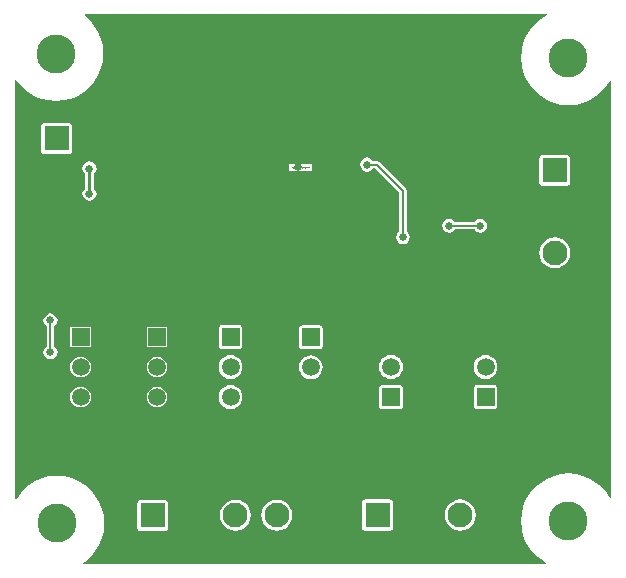
<source format=gbl>
G04 FAB 3000 Version 7.8.18 - Gerber/CAM Software*
G04 RS274-X Output*
%FSLAX44Y44*%
%MIA0B0*%
%MOMM*%
%SFA1.000000B1.000000*%

%IPPOS*%
%ADD19C,0.254000*%
%ADD20C,0.127000*%
%ADD21C,3.299990*%
%ADD22C,2.100000*%
%ADD23R,2.100000X2.100000*%
%ADD24R,2.100000X2.100000*%
%ADD25R,1.500000X1.500000*%
%ADD26C,1.500000*%
%ADD27C,0.660400*%
%ADD28C,0.025400*%
%LNcartercharger_0*%
%LPD*%
G36*
X661923Y1146047D02*
G01X661415D01*
X656081Y1142745D01*
X651255Y1138427D01*
X647191Y1133855D01*
X643889Y1128267D01*
X641603Y1122425D01*
X640079Y1116329D01*
X639571Y1110233D01*
X640079Y1103883D01*
X641603Y1097787D01*
X643889Y1091945D01*
X647191Y1086611D01*
X651255Y1081785D01*
X656081Y1077467D01*
X661415Y1074419D01*
X667257Y1071879D01*
X673607Y1070355D01*
X679703Y1069847D01*
X686053Y1070355D01*
X692149Y1071879D01*
X697991Y1074419D01*
X703325Y1077467D01*
X708151Y1081785D01*
X712215Y1086611D01*
X714755Y1090675D01*
X716025Y1090167D01*
Y737615D01*
X714755Y737361D01*
X712215Y741425D01*
X708151Y746251D01*
X703325Y750315D01*
X697991Y753617D01*
X692149Y756157D01*
X686053Y757681D01*
X679703Y758189D01*
X673607Y757681D01*
X667257Y756157D01*
X661415Y753617D01*
X656081Y750315D01*
X651255Y746251D01*
X647191Y741425D01*
X643889Y736091D01*
X641603Y730249D01*
X640079Y724153D01*
X639571Y717803D01*
X640079Y711453D01*
X641603Y705357D01*
X643889Y699515D01*
X647191Y694181D01*
X651255Y689355D01*
X656081Y685291D01*
X660907Y682497D01*
X660653Y681227D01*
X268985D01*
X268477Y682243D01*
X270255Y683259D01*
X275081Y687323D01*
X279145Y692149D01*
X282447Y697737D01*
X284733Y703325D01*
X286257Y709675D01*
X286765Y715771D01*
X286257Y722121D01*
X284733Y728217D01*
X282447Y734059D01*
X279145Y739393D01*
X275081Y744219D01*
X270255Y748283D01*
X264667Y751585D01*
X259079Y754125D01*
X252729Y755649D01*
X246633Y756157D01*
X240283Y755649D01*
X234187Y754125D01*
X228345Y751585D01*
X223011Y748283D01*
X218185Y744219D01*
X214121Y739393D01*
X212343Y736853D01*
X211073Y737107D01*
Y1091183D01*
X212343Y1091437D01*
X213359Y1089913D01*
X217423Y1085087D01*
X222249Y1081023D01*
X227583Y1077721D01*
X233425Y1075435D01*
X239521Y1073911D01*
X245871Y1073403D01*
X251967Y1073911D01*
X258317Y1075435D01*
X264159Y1077721D01*
X269493Y1081023D01*
X274319Y1085087D01*
X278383Y1089913D01*
X281685Y1095247D01*
X283971Y1101089D01*
X285495Y1107439D01*
X286003Y1113535D01*
X285495Y1119885D01*
X283971Y1125981D01*
X281685Y1131823D01*
X278383Y1137157D01*
X274319Y1141983D01*
X269493Y1146047D01*
Y1146301D01*
X270001Y1147317D01*
X661669D01*
X661923Y1146047D01*
G37*
%LNcartercharger_1*%
%LPC*%
G36*
X461517Y858011D02*
G01X458977Y857757D01*
X456437Y856741D01*
X454405Y854963D01*
X452881Y852931D01*
X451865Y850391D01*
X451611Y847851D01*
X451865Y845311D01*
X452881Y842771D01*
X454405Y840739D01*
X456437Y839215D01*
X458977Y838199D01*
X461517Y837691D01*
X464311Y838199D01*
X466597Y839215D01*
X468883Y840739D01*
X470407Y842771D01*
X471423Y845311D01*
X471677Y847851D01*
X471423Y850391D01*
X470407Y852931D01*
X468883Y854963D01*
X466597Y856741D01*
X464311Y857757D01*
X461517Y858011D01*
G37*
G36*
X462787Y1020317D02*
G01X442975D01*
Y1014221D01*
X462787D01*
Y1020317D01*
G37*
G36*
X469137Y883411D02*
G01X454151D01*
X453135Y883157D01*
X452373Y882649D01*
X451611Y881887D01*
Y880871D01*
Y865885D01*
Y864869D01*
X452373Y863853D01*
X453135Y863345D01*
X454151Y863091D01*
X469137D01*
X470153Y863345D01*
X470915Y863853D01*
X471423Y864869D01*
X471677Y865885D01*
Y880871D01*
X471423Y881887D01*
X470915Y882649D01*
X470153Y883157D01*
X469137Y883411D01*
G37*
G36*
X528573Y736091D02*
G01X507745D01*
X506729Y735837D01*
X505713Y735329D01*
X505205Y734313D01*
X504951Y733297D01*
Y712469D01*
X505205Y711453D01*
X505713Y710437D01*
X506729Y709929D01*
X507745Y709675D01*
X528573D01*
X529589Y709929D01*
X530351Y710437D01*
X531113Y711453D01*
Y712469D01*
Y733297D01*
Y734313D01*
X530351Y735329D01*
X529589Y735837D01*
X528573Y736091D01*
G37*
G36*
X529589Y858265D02*
G01X526795Y858011D01*
X524509Y856995D01*
X522223Y855471D01*
X520699Y853185D01*
X519683Y850899D01*
X519429Y848359D01*
X519683Y845565D01*
X520699Y843279D01*
X522223Y840993D01*
X524509Y839469D01*
X526795Y838453D01*
X529589Y838199D01*
X532129Y838453D01*
X534415Y839469D01*
X536701Y840993D01*
X538225Y843279D01*
X539241Y845565D01*
X539495Y848359D01*
X539241Y850899D01*
X538225Y853185D01*
X536701Y855471D01*
X534415Y856995D01*
X532129Y858011D01*
X529589Y858265D01*
G37*
G36*
X536955Y832865D02*
G01X521969D01*
X520953Y832611D01*
X520191Y832103D01*
X519683Y831341D01*
X519429Y830325D01*
Y815339D01*
X519683Y814323D01*
X520191Y813561D01*
X520953Y813053D01*
X521969Y812799D01*
X536955D01*
X537971Y813053D01*
X538733Y813561D01*
X539241Y814323D01*
X539495Y815339D01*
Y830325D01*
X539241Y831341D01*
X538733Y832103D01*
X537971Y832611D01*
X536955Y832865D01*
G37*
G36*
X509015Y1025651D02*
G01X506729Y1025143D01*
X504951Y1023873D01*
X503681Y1021841D01*
X503173Y1019555D01*
X503681Y1017269D01*
X504951Y1015491D01*
X506729Y1014221D01*
X509015Y1013713D01*
X511301Y1014221D01*
X513333Y1015491D01*
X513841Y1016507D01*
X516127D01*
X536447Y995933D01*
Y962913D01*
X535431Y962405D01*
X534161Y960373D01*
X533653Y958087D01*
X534161Y955801D01*
X535431Y954023D01*
X537463Y952499D01*
X539749Y952245D01*
X541781Y952499D01*
X543813Y954023D01*
X545083Y955801D01*
X545591Y958087D01*
X545083Y960373D01*
X543813Y962405D01*
X542797Y962913D01*
Y997457D01*
X542543Y998727D01*
X542035Y999743D01*
X519683Y1021841D01*
X518667Y1022603D01*
X517397Y1022857D01*
X513841D01*
X513333Y1023873D01*
X511301Y1025143D01*
X509015Y1025651D01*
G37*
G36*
X241045Y893571D02*
G01X238759Y893063D01*
X236981Y891793D01*
X235711Y890015D01*
X235203Y887729D01*
X235711Y885443D01*
X236981Y883411D01*
X237997Y882649D01*
Y865377D01*
X236981Y864869D01*
X235711Y862837D01*
X235203Y860551D01*
X235711Y858265D01*
X236981Y856487D01*
X238759Y855217D01*
X241045Y854709D01*
X243331Y855217D01*
X245363Y856487D01*
X246633Y858265D01*
X247141Y860551D01*
X246633Y862837D01*
X245363Y864869D01*
X244347Y865377D01*
Y882649D01*
X245363Y883411D01*
X246633Y885443D01*
X247141Y887729D01*
X246633Y890015D01*
X245363Y891793D01*
X243331Y893063D01*
X241045Y893571D01*
G37*
G36*
X274065Y1022349D02*
G01X271779Y1021841D01*
X270001Y1020571D01*
X268731Y1018539D01*
X268223Y1016253D01*
X268731Y1013967D01*
X270001Y1012189D01*
X270255Y1011935D01*
Y999235D01*
X270001Y998981D01*
X268731Y997203D01*
X268223Y994917D01*
X268731Y992631D01*
X270001Y990599D01*
X271779Y989329D01*
X274065Y988821D01*
X276351Y989329D01*
X278383Y990599D01*
X279653Y992631D01*
X280161Y994917D01*
X279653Y997203D01*
X278383Y998981D01*
X278129Y999235D01*
Y1011935D01*
X278383Y1012189D01*
X279653Y1013967D01*
X280161Y1016253D01*
X279653Y1018539D01*
X278383Y1020571D01*
X276351Y1021841D01*
X274065Y1022349D01*
G37*
G36*
X256793Y1054861D02*
G01X235965D01*
X234949D01*
X233933Y1054099D01*
X233425Y1053337D01*
X233171Y1052321D01*
Y1031493D01*
X233425Y1030477D01*
X233933Y1029461D01*
X234949Y1028953D01*
X235965Y1028699D01*
X256793D01*
X257809Y1028953D01*
X258825Y1029461D01*
X259333Y1030477D01*
X259587Y1031493D01*
Y1052321D01*
X259333Y1053337D01*
X258825Y1054099D01*
X257809Y1054861D01*
X256793D01*
G37*
G36*
X393699Y858265D02*
G01X390905Y858011D01*
X388619Y856995D01*
X386333Y855471D01*
X384809Y853185D01*
X383793Y850899D01*
X383539Y848359D01*
X383793Y845565D01*
X384809Y843279D01*
X386333Y840993D01*
X388619Y839469D01*
X390905Y838453D01*
X393699Y838199D01*
X396239Y838453D01*
X398525Y839469D01*
X400811Y840993D01*
X402335Y843279D01*
X403351Y845565D01*
X403605Y848359D01*
X403351Y850899D01*
X402335Y853185D01*
X400811Y855471D01*
X398525Y856995D01*
X396239Y858011D01*
X393699Y858265D01*
G37*
G36*
X397763Y735837D02*
G01X394461Y735329D01*
X391413Y734059D01*
X388619Y732027D01*
X386587Y729233D01*
X385063Y725931D01*
X384809Y722629D01*
X385063Y719327D01*
X386587Y716025D01*
X388619Y713231D01*
X391413Y711199D01*
X394461Y709929D01*
X397763Y709421D01*
X401319Y709929D01*
X404367Y711199D01*
X407161Y713231D01*
X409193Y716025D01*
X410463Y719327D01*
X410971Y722629D01*
X410463Y725931D01*
X409193Y729233D01*
X407161Y732027D01*
X404367Y734059D01*
X401319Y735329D01*
X397763Y735837D01*
G37*
G36*
X393699Y832865D02*
G01X390905Y832611D01*
X388619Y831595D01*
X386333Y830071D01*
X384809Y827785D01*
X383793Y825499D01*
X383539Y822959D01*
X383793Y820165D01*
X384809Y817879D01*
X386333Y815593D01*
X388619Y814069D01*
X390905Y813053D01*
X393699Y812799D01*
X396239Y813053D01*
X398525Y814069D01*
X400811Y815593D01*
X402335Y817879D01*
X403351Y820165D01*
X403605Y822959D01*
X403351Y825499D01*
X402335Y827785D01*
X400811Y830071D01*
X398525Y831595D01*
X396239Y832611D01*
X393699Y832865D01*
G37*
G36*
X401065Y883665D02*
G01X386079D01*
X385063Y883411D01*
X384301Y882903D01*
X383793Y882141D01*
X383539Y881125D01*
Y866139D01*
X383793Y865123D01*
X384301Y864361D01*
X385063Y863853D01*
X386079Y863599D01*
X401065D01*
X402081Y863853D01*
X402843Y864361D01*
X403351Y865123D01*
X403605Y866139D01*
Y881125D01*
X403351Y882141D01*
X402843Y882903D01*
X402081Y883411D01*
X401065Y883665D01*
G37*
G36*
X432815Y735837D02*
G01X429513Y735329D01*
X426211Y734059D01*
X423671Y732027D01*
X421385Y729233D01*
X420115Y725931D01*
X419607Y722629D01*
X420115Y719327D01*
X421385Y716025D01*
X423671Y713231D01*
X426211Y711199D01*
X429513Y709929D01*
X432815Y709421D01*
X436371Y709929D01*
X439419Y711199D01*
X442213Y713231D01*
X444245Y716025D01*
X445515Y719327D01*
X446023Y722629D01*
X445515Y725931D01*
X444245Y729233D01*
X442213Y732027D01*
X439419Y734059D01*
X436371Y735329D01*
X432815Y735837D01*
G37*
G36*
X588009Y736091D02*
G01X584707Y735583D01*
X581659Y734313D01*
X578865Y732281D01*
X576833Y729487D01*
X575309Y726185D01*
X575055Y722883D01*
X575309Y719581D01*
X576833Y716279D01*
X578865Y713485D01*
X581659Y711453D01*
X584707Y710183D01*
X588009Y709675D01*
X591565Y710183D01*
X594613Y711453D01*
X597407Y713485D01*
X599439Y716279D01*
X600709Y719581D01*
X601217Y722883D01*
X600709Y726185D01*
X599439Y729487D01*
X597407Y732281D01*
X594613Y734313D01*
X591565Y735583D01*
X588009Y736091D01*
G37*
G36*
X605027Y973835D02*
G01X602741Y973327D01*
X600963Y972057D01*
X600201Y971041D01*
X583691D01*
X583183Y972057D01*
X581151Y973327D01*
X578865Y973835D01*
X576579Y973327D01*
X574547Y972057D01*
X573277Y970025D01*
X573023Y967993D01*
X573277Y965707D01*
X574547Y963675D01*
X576579Y962405D01*
X578865Y961897D01*
X581151Y962405D01*
X583183Y963675D01*
X583691Y964691D01*
X600201D01*
X600963Y963675D01*
X602741Y962405D01*
X605027Y961897D01*
X607313Y962405D01*
X609345Y963675D01*
X610615Y965707D01*
X611123Y967993D01*
X610615Y970025D01*
X609345Y972057D01*
X607313Y973327D01*
X605027Y973835D01*
G37*
G36*
X616965Y832865D02*
G01X601979D01*
X600963Y832611D01*
X600201Y832103D01*
X599693Y831341D01*
X599439Y830325D01*
Y815339D01*
X599693Y814323D01*
X600201Y813561D01*
X600963Y813053D01*
X601979Y812799D01*
X616965D01*
X617981Y813053D01*
X618743Y813561D01*
X619251Y814323D01*
X619505Y815339D01*
Y830325D01*
X619251Y831341D01*
X618743Y832103D01*
X617981Y832611D01*
X616965Y832865D01*
G37*
G36*
X609599Y858265D02*
G01X606805Y858011D01*
X604519Y856995D01*
X602233Y855471D01*
X600709Y853185D01*
X599693Y850899D01*
X599439Y848359D01*
X599693Y845565D01*
X600709Y843279D01*
X602233Y840993D01*
X604519Y839469D01*
X606805Y838453D01*
X609599Y838199D01*
X612139Y838453D01*
X614425Y839469D01*
X616711Y840993D01*
X618235Y843279D01*
X619251Y845565D01*
X619505Y848359D01*
X619251Y850899D01*
X618235Y853185D01*
X616711Y855471D01*
X614425Y856995D01*
X612139Y858011D01*
X609599Y858265D01*
G37*
G36*
X678687Y1027937D02*
G01X657605D01*
X656589Y1027683D01*
X655827Y1027175D01*
X655319Y1026413D01*
X655065Y1025397D01*
Y1004315D01*
X655319Y1003299D01*
X655827Y1002537D01*
X656589Y1002029D01*
X657605Y1001775D01*
X678687D01*
X679703Y1002029D01*
X680465Y1002537D01*
X680973Y1003299D01*
X681227Y1004315D01*
Y1025397D01*
X680973Y1026413D01*
X680465Y1027175D01*
X679703Y1027683D01*
X678687Y1027937D01*
G37*
G36*
X668019Y958087D02*
G01X664717Y957579D01*
X661669Y956309D01*
X658875Y954277D01*
X656843Y951483D01*
X655319Y948181D01*
X655065Y944879D01*
X655319Y941577D01*
X656843Y938275D01*
X658875Y935481D01*
X661669Y933449D01*
X664717Y932179D01*
X668019Y931671D01*
X671575Y932179D01*
X674623Y933449D01*
X677417Y935481D01*
X679449Y938275D01*
X680719Y941577D01*
X681227Y944879D01*
X680719Y948181D01*
X679449Y951483D01*
X677417Y954277D01*
X674623Y956309D01*
X671575Y957579D01*
X668019Y958087D01*
G37*
G36*
X266699Y831595D02*
G01X264159Y831341D01*
X262127Y830579D01*
X260349Y829055D01*
X258825Y827277D01*
X258063Y825245D01*
X257809Y822959D01*
X258063Y820419D01*
X258825Y818387D01*
X260349Y816609D01*
X262127Y815085D01*
X264159Y814323D01*
X266699Y814069D01*
X268985Y814323D01*
X271017Y815085D01*
X272795Y816609D01*
X274319Y818387D01*
X275081Y820419D01*
X275335Y822959D01*
X275081Y825245D01*
X274319Y827277D01*
X272795Y829055D01*
X271017Y830579D01*
X268985Y831341D01*
X266699Y831595D01*
G37*
G36*
X274065Y882395D02*
G01X259079D01*
X258063Y882141D01*
X257809Y881125D01*
Y866139D01*
X258063Y865123D01*
X259079Y864869D01*
X274065D01*
X275081Y865123D01*
X275335Y866139D01*
Y881125D01*
X275081Y882141D01*
X274065Y882395D01*
G37*
G36*
X266699Y856995D02*
G01X264159Y856741D01*
X262127Y855979D01*
X260349Y854455D01*
X258825Y852677D01*
X258063Y850645D01*
X257809Y848359D01*
X258063Y845819D01*
X258825Y843787D01*
X260349Y842009D01*
X262127Y840485D01*
X264159Y839723D01*
X266699Y839469D01*
X268985Y839723D01*
X271017Y840485D01*
X272795Y842009D01*
X274319Y843787D01*
X275081Y845819D01*
X275335Y848359D01*
X275081Y850645D01*
X274319Y852677D01*
X272795Y854455D01*
X271017Y855979D01*
X268985Y856741D01*
X266699Y856995D01*
G37*
G36*
X331469Y831595D02*
G01X328929Y831341D01*
X326897Y830579D01*
X325119Y829055D01*
X323595Y827277D01*
X322833Y825245D01*
X322579Y822959D01*
X322833Y820419D01*
X323595Y818387D01*
X325119Y816609D01*
X326897Y815085D01*
X328929Y814323D01*
X331469Y814069D01*
X333755Y814323D01*
X335787Y815085D01*
X337565Y816609D01*
X339089Y818387D01*
X339851Y820419D01*
X340105Y822959D01*
X339851Y825245D01*
X339089Y827277D01*
X337565Y829055D01*
X335787Y830579D01*
X333755Y831341D01*
X331469Y831595D01*
G37*
G36*
X338835Y882395D02*
G01X323849D01*
X322833Y882141D01*
X322579Y881125D01*
Y866139D01*
X322833Y865123D01*
X323849Y864869D01*
X338835D01*
X339851Y865123D01*
X340105Y866139D01*
Y881125D01*
X339851Y882141D01*
X338835Y882395D01*
G37*
G36*
X331469Y856995D02*
G01X328929Y856741D01*
X326897Y855979D01*
X325119Y854455D01*
X323595Y852677D01*
X322833Y850645D01*
X322579Y848359D01*
X322833Y845819D01*
X323595Y843787D01*
X325119Y842009D01*
X326897Y840485D01*
X328929Y839723D01*
X331469Y839469D01*
X333755Y839723D01*
X335787Y840485D01*
X337565Y842009D01*
X339089Y843787D01*
X339851Y845819D01*
X340105Y848359D01*
X339851Y850645D01*
X339089Y852677D01*
X337565Y854455D01*
X335787Y855979D01*
X333755Y856741D01*
X331469Y856995D01*
G37*
G36*
X338327Y735837D02*
G01X317499D01*
X316483Y735583D01*
X315467Y735075D01*
X314959Y734059D01*
X314705Y733043D01*
Y712215D01*
X314959Y711199D01*
X315467Y710183D01*
X316483Y709675D01*
X317499Y709421D01*
X338327D01*
X339343Y709675D01*
X340105Y710183D01*
X340867Y711199D01*
Y712215D01*
Y733043D01*
Y734059D01*
X340105Y735075D01*
X339343Y735583D01*
X338327Y735837D01*
G37*
%LNcartercharger_2*%
%LPD*%
G54D25*
X461517Y873251D03*
G54D26*
Y847851D03*
Y822451D03*
G54D28*
X459231Y1017269D02*
G01X459485D01*
X458977D02*
G01X459231D01*
X458977D02*
G01X458723D01*
D02*
G01X458977D01*
D02*
G01X458723D01*
X457453D02*
G01X457707D01*
D02*
G01X457453D01*
D02*
G01X457707D01*
X458469D02*
G01X458215D01*
D02*
G01X458469D01*
D02*
G01X458215D01*
X458469D02*
G01X458723D01*
D02*
G01X458469D01*
D02*
G01X458723D01*
X457961D02*
G01X458215D01*
X455929D02*
G01Y1017523D01*
X456945Y1017015D02*
G01Y1017269D01*
D02*
G01X456691D01*
D02*
G01X456945D01*
Y1017523D02*
G01Y1017269D01*
D02*
G01X457199D01*
X457453D02*
G01X457199D01*
D02*
G01X457453D01*
X456691D03*
X456437D03*
X454913D02*
G01X454659D01*
D02*
G01X454913D01*
X454659D02*
G01X454913D01*
X454405D02*
G01X454659D01*
X454913D03*
X455421D02*
G01Y1017523D01*
D02*
G01X455675Y1017269D01*
D02*
G01X455421D01*
X455675D02*
G01Y1017523D01*
G54D27*
X450341Y1027429D03*
X450849Y1017523D03*
X451103Y1007363D03*
G54D28*
X453897Y1017269D02*
G01X453643D01*
D02*
G01X453897D01*
X453643D02*
G01X453897D01*
X453643D02*
G01X453389D01*
D02*
G01X453643D01*
D02*
G01X453389D01*
Y1017523D02*
G01X453135D01*
X453389Y1017269D02*
G01Y1017523D01*
X453135Y1017269D02*
G01X453389D01*
X453897D02*
G01X454151D01*
D02*
G01X453897D01*
X454151Y1017015D02*
G01X454405D01*
D02*
G01Y1017269D01*
D02*
G01X454151D01*
D02*
G01X454405D01*
X452119D02*
G01X452373D01*
D02*
G01X452119D01*
X451865D02*
G01X452119D01*
D02*
G01X451865D01*
X452627D02*
G01X452881D01*
X453135Y1017523D02*
G01Y1017269D01*
X452881D02*
G01X452627D01*
X452881Y1017523D02*
G01Y1017269D01*
X452627D02*
G01X452373D01*
D02*
G01X452627D01*
D02*
G01X452373D01*
X450595D03*
X450341Y1017523D02*
G01Y1017269D01*
D02*
G01Y1017523D01*
X451103Y1017269D03*
X451357D02*
G01Y1017523D01*
X451611Y1017269D02*
G01X451357D01*
D02*
G01X451611D01*
D02*
G01X451357D01*
X451611D02*
G01X451865D01*
X450849D03*
X448563D02*
G01Y1017523D01*
X448309Y1017269D02*
G01X448563D01*
D02*
G01X448309Y1017523D01*
X449071Y1017269D02*
G01Y1017523D01*
D02*
G01Y1017269D01*
X449325D02*
G01Y1017523D01*
D02*
G01Y1017269D01*
X449579D02*
G01Y1017523D01*
D02*
G01Y1017269D01*
X449833Y1017523D02*
G01Y1017269D01*
X447039D02*
G01X447293D01*
D02*
G01X447039D01*
D03*
X447293Y1017523D02*
G01Y1017269D01*
D02*
G01X447547D01*
D02*
G01X447801D01*
D02*
G01X447547D01*
D02*
G01X447801D01*
X448055D02*
G01Y1017523D01*
X448309D02*
G01Y1017269D01*
X447293Y1017015D02*
G01Y1017269D01*
G54D20*
X509015Y1019555D02*
G01X517397D01*
G54D28*
X459739Y1017269D02*
G01X459485D01*
D02*
G01X459739D01*
D02*
G01X459485D01*
X459993Y1017523D02*
G01Y1017269D01*
D02*
G01X459739D01*
D02*
G01X459993D01*
G54D27*
X509015Y1019555D03*
G54D26*
X529589Y873759D03*
Y848359D03*
G54D25*
Y822959D03*
G54D24*
X518159Y722883D03*
G54D20*
X517397Y1019555D02*
G01X539749Y997457D01*
G54D27*
Y958087D03*
G54D19*
X274065Y994917D02*
G01Y1016253D01*
G54D21*
X245871Y1113535D03*
G54D22*
X246379Y1006855D03*
G54D23*
Y1041907D03*
G54D27*
X370839Y1068831D03*
X344931Y1071117D03*
X331215Y1070863D03*
X317499D03*
X374395Y991615D03*
Y978661D03*
X274065Y1016253D03*
Y994917D03*
X396239Y1068831D03*
X391413Y991615D03*
Y978661D03*
G54D26*
X393699Y822959D03*
Y848359D03*
G54D25*
Y873759D03*
G54D22*
X397763Y722629D03*
X432815D03*
G54D27*
X439673Y1007871D03*
G54D28*
X445769Y1017269D02*
G01Y1017523D01*
X446785Y1017269D03*
X446531D03*
D02*
G01Y1017015D01*
X446277D02*
G01Y1017269D01*
X446023D03*
X445769Y1017523D02*
G01Y1017269D01*
G54D27*
X439673Y1017777D03*
X439927Y1027683D03*
G54D25*
X609599Y822959D03*
G54D26*
Y848359D03*
Y873759D03*
G54D27*
X578865Y967993D03*
X605027D03*
G54D22*
X588009Y722883D03*
X553211D03*
G54D20*
X539749Y958087D02*
G01Y997457D01*
X578865Y967993D02*
G01X605027D01*
G54D23*
X668019Y1014983D03*
G54D22*
Y979931D03*
Y944879D03*
Y909827D03*
G54D21*
X679703Y717803D03*
Y1110233D03*
G54D25*
X266699Y873759D03*
G54D26*
Y848359D03*
Y822959D03*
G54D27*
X241045Y887729D03*
Y860551D03*
G54D21*
X246633Y715771D03*
G54D20*
X241045Y860551D02*
G01Y887729D01*
G54D24*
X327913Y722629D03*
G54D25*
X331469Y873759D03*
G54D26*
Y848359D03*
Y822959D03*
G54D22*
X362965Y722629D03*
M02*
</source>
